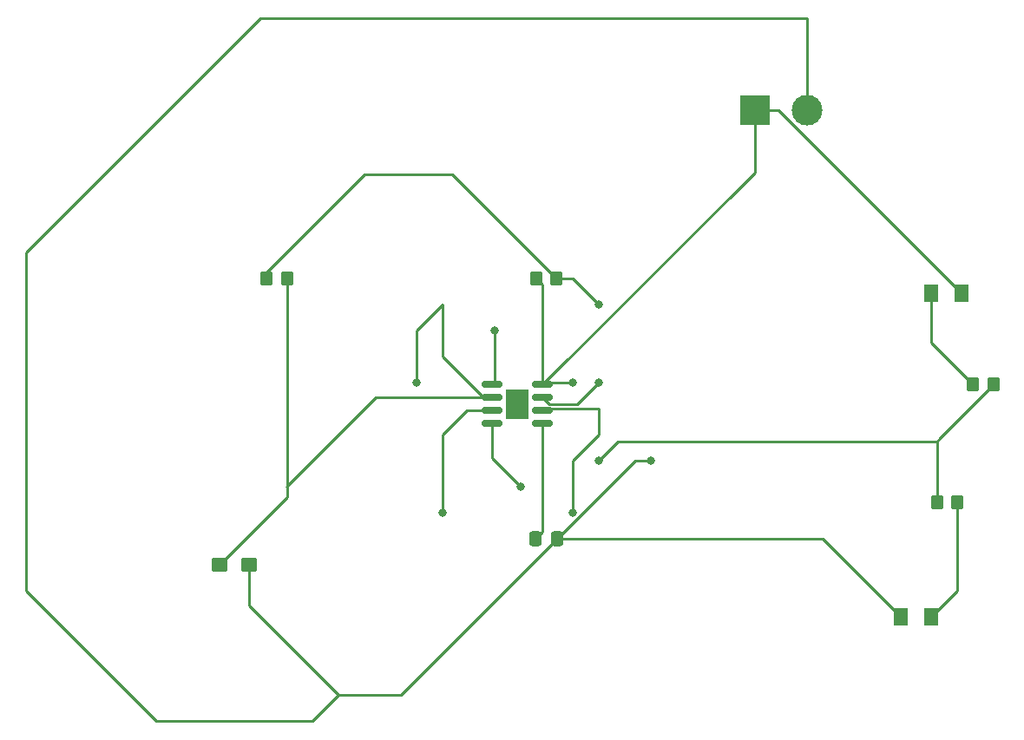
<source format=gbr>
%TF.GenerationSoftware,KiCad,Pcbnew,(6.0.10-0)*%
%TF.CreationDate,2023-02-17T09:22:20-08:00*%
%TF.ProjectId,exercise2_pcb,65786572-6369-4736-9532-5f7063622e6b,rev?*%
%TF.SameCoordinates,Original*%
%TF.FileFunction,Copper,L1,Top*%
%TF.FilePolarity,Positive*%
%FSLAX46Y46*%
G04 Gerber Fmt 4.6, Leading zero omitted, Abs format (unit mm)*
G04 Created by KiCad (PCBNEW (6.0.10-0)) date 2023-02-17 09:22:20*
%MOMM*%
%LPD*%
G01*
G04 APERTURE LIST*
G04 Aperture macros list*
%AMRoundRect*
0 Rectangle with rounded corners*
0 $1 Rounding radius*
0 $2 $3 $4 $5 $6 $7 $8 $9 X,Y pos of 4 corners*
0 Add a 4 corners polygon primitive as box body*
4,1,4,$2,$3,$4,$5,$6,$7,$8,$9,$2,$3,0*
0 Add four circle primitives for the rounded corners*
1,1,$1+$1,$2,$3*
1,1,$1+$1,$4,$5*
1,1,$1+$1,$6,$7*
1,1,$1+$1,$8,$9*
0 Add four rect primitives between the rounded corners*
20,1,$1+$1,$2,$3,$4,$5,0*
20,1,$1+$1,$4,$5,$6,$7,0*
20,1,$1+$1,$6,$7,$8,$9,0*
20,1,$1+$1,$8,$9,$2,$3,0*%
G04 Aperture macros list end*
%TA.AperFunction,ComponentPad*%
%ADD10R,3.000000X3.000000*%
%TD*%
%TA.AperFunction,ComponentPad*%
%ADD11C,3.000000*%
%TD*%
%TA.AperFunction,SMDPad,CuDef*%
%ADD12RoundRect,0.250000X-0.337500X-0.475000X0.337500X-0.475000X0.337500X0.475000X-0.337500X0.475000X0*%
%TD*%
%TA.AperFunction,SMDPad,CuDef*%
%ADD13RoundRect,0.250001X-0.462499X-0.624999X0.462499X-0.624999X0.462499X0.624999X-0.462499X0.624999X0*%
%TD*%
%TA.AperFunction,SMDPad,CuDef*%
%ADD14RoundRect,0.250000X-0.350000X-0.450000X0.350000X-0.450000X0.350000X0.450000X-0.350000X0.450000X0*%
%TD*%
%TA.AperFunction,SMDPad,CuDef*%
%ADD15RoundRect,0.150000X-0.825000X-0.150000X0.825000X-0.150000X0.825000X0.150000X-0.825000X0.150000X0*%
%TD*%
%TA.AperFunction,SMDPad,CuDef*%
%ADD16R,2.290000X3.000000*%
%TD*%
%TA.AperFunction,SMDPad,CuDef*%
%ADD17RoundRect,0.250000X-0.537500X-0.425000X0.537500X-0.425000X0.537500X0.425000X-0.537500X0.425000X0*%
%TD*%
%TA.AperFunction,ViaPad*%
%ADD18C,0.800000*%
%TD*%
%TA.AperFunction,Conductor*%
%ADD19C,0.250000*%
%TD*%
G04 APERTURE END LIST*
D10*
%TO.P,J1,1,Pin_1*%
%TO.N,+9V*%
X139700000Y-62290000D03*
D11*
%TO.P,J1,2,Pin_2*%
%TO.N,GND*%
X144780000Y-62290000D03*
%TD*%
D12*
%TO.P,C2,1*%
%TO.N,Net-(C2-Pad1)*%
X118342500Y-104140000D03*
%TO.P,C2,2*%
%TO.N,GND*%
X120417500Y-104140000D03*
%TD*%
D13*
%TO.P,D1,1,K*%
%TO.N,Net-(R3-Pad1)*%
X156932500Y-80200000D03*
%TO.P,D1,2,A*%
%TO.N,+9V*%
X159907500Y-80200000D03*
%TD*%
%TO.P,D2,1,K*%
%TO.N,GND*%
X153965000Y-111760000D03*
%TO.P,D2,2,A*%
%TO.N,Net-(D2-Pad2)*%
X156940000Y-111760000D03*
%TD*%
D14*
%TO.P,R4,1*%
%TO.N,/pin_3*%
X157488808Y-100580000D03*
%TO.P,R4,2*%
%TO.N,Net-(D2-Pad2)*%
X159488808Y-100580000D03*
%TD*%
%TO.P,R3,1*%
%TO.N,Net-(R3-Pad1)*%
X161020000Y-89080000D03*
%TO.P,R3,2*%
%TO.N,/pin_3*%
X163020000Y-89080000D03*
%TD*%
D15*
%TO.P,U1,1,GND*%
%TO.N,GND*%
X114045000Y-89072500D03*
%TO.P,U1,2,TR*%
%TO.N,/pin_2*%
X114045000Y-90342500D03*
%TO.P,U1,3,Q*%
%TO.N,/pin_3*%
X114045000Y-91612500D03*
%TO.P,U1,4,R*%
%TO.N,+9V*%
X114045000Y-92882500D03*
%TO.P,U1,5,CV*%
%TO.N,Net-(C2-Pad1)*%
X118995000Y-92882500D03*
%TO.P,U1,6,THR*%
%TO.N,/pin_2*%
X118995000Y-91612500D03*
%TO.P,U1,7,DIS*%
%TO.N,/pin_7*%
X118995000Y-90342500D03*
%TO.P,U1,8,VCC*%
%TO.N,+9V*%
X118995000Y-89072500D03*
D16*
%TO.P,U1,9*%
%TO.N,N/C*%
X116520000Y-90977500D03*
%TD*%
D14*
%TO.P,R1,1*%
%TO.N,+9V*%
X118380000Y-78740000D03*
%TO.P,R1,2*%
%TO.N,/pin_7*%
X120380000Y-78740000D03*
%TD*%
D17*
%TO.P,C1,1*%
%TO.N,/pin_2*%
X87462500Y-106680000D03*
%TO.P,C1,2*%
%TO.N,GND*%
X90337500Y-106680000D03*
%TD*%
D14*
%TO.P,R2,1*%
%TO.N,/pin_7*%
X92065872Y-78740000D03*
%TO.P,R2,2*%
%TO.N,/pin_2*%
X94065872Y-78740000D03*
%TD*%
D18*
%TO.N,/pin_2*%
X121920000Y-101600000D03*
X106680000Y-88900000D03*
%TO.N,GND*%
X114300000Y-83820000D03*
X129540000Y-96520000D03*
%TO.N,+9V*%
X121920000Y-88900000D03*
X116840000Y-99060000D03*
%TO.N,/pin_7*%
X124460000Y-88900000D03*
X124460000Y-81280000D03*
%TO.N,/pin_3*%
X124460000Y-96520000D03*
X109220000Y-101600000D03*
%TD*%
D19*
%TO.N,/pin_2*%
X124460000Y-93980000D02*
X124460000Y-91440000D01*
X102697500Y-90342500D02*
X93980000Y-99060000D01*
X113202500Y-90342500D02*
X114045000Y-90342500D01*
X119207500Y-91612500D02*
X119380000Y-91440000D01*
X114045000Y-90342500D02*
X102697500Y-90342500D01*
X121920000Y-96520000D02*
X124460000Y-93980000D01*
X109220000Y-81280000D02*
X106680000Y-83820000D01*
X121920000Y-101600000D02*
X121920000Y-96520000D01*
X106680000Y-83820000D02*
X106680000Y-88900000D01*
X94065872Y-100076628D02*
X94065872Y-78740000D01*
X109220000Y-86360000D02*
X113202500Y-90342500D01*
X87462500Y-106680000D02*
X94065872Y-100076628D01*
X124460000Y-91440000D02*
X119380000Y-91440000D01*
X109220000Y-81280000D02*
X109220000Y-86360000D01*
%TO.N,GND*%
X120417500Y-104140000D02*
X128037500Y-96520000D01*
X128037500Y-96520000D02*
X129540000Y-96520000D01*
X144780000Y-53340000D02*
X144780000Y-62290000D01*
X68580000Y-109220000D02*
X68580000Y-76200000D01*
X91440000Y-53340000D02*
X144780000Y-53340000D01*
X90337500Y-110657500D02*
X99060000Y-119380000D01*
X120417500Y-104140000D02*
X146345000Y-104140000D01*
X96520000Y-121920000D02*
X81280000Y-121920000D01*
X114300000Y-83820000D02*
X114300000Y-88900000D01*
X90337500Y-106680000D02*
X90337500Y-110657500D01*
X105177500Y-119380000D02*
X120417500Y-104140000D01*
X81280000Y-121920000D02*
X68580000Y-109220000D01*
X99060000Y-119380000D02*
X96520000Y-121920000D01*
X99060000Y-119380000D02*
X105177500Y-119380000D01*
X68580000Y-76200000D02*
X91440000Y-53340000D01*
X146345000Y-104140000D02*
X153965000Y-111760000D01*
%TO.N,Net-(C2-Pad1)*%
X118342500Y-104140000D02*
X118995000Y-103487500D01*
X118995000Y-103487500D02*
X118995000Y-92882500D01*
%TO.N,Net-(R3-Pad1)*%
X156932500Y-84992500D02*
X161020000Y-89080000D01*
X156932500Y-80200000D02*
X156932500Y-84992500D01*
%TO.N,+9V*%
X139700000Y-62290000D02*
X139700000Y-68367500D01*
X114045000Y-92882500D02*
X114045000Y-96265000D01*
X121920000Y-88900000D02*
X119167500Y-88900000D01*
X141997500Y-62290000D02*
X139700000Y-62290000D01*
X139700000Y-68367500D02*
X118995000Y-89072500D01*
X118995000Y-79355000D02*
X118995000Y-89072500D01*
X114045000Y-96265000D02*
X116840000Y-99060000D01*
X159907500Y-80200000D02*
X141997500Y-62290000D01*
X119167500Y-88900000D02*
X118995000Y-89072500D01*
X118380000Y-78740000D02*
X118995000Y-79355000D01*
%TO.N,Net-(D2-Pad2)*%
X159488808Y-109211192D02*
X159488808Y-100580000D01*
X156940000Y-111760000D02*
X159488808Y-109211192D01*
%TO.N,/pin_7*%
X92065872Y-78114128D02*
X101600000Y-68580000D01*
X122372500Y-90987500D02*
X119640000Y-90987500D01*
X124460000Y-88900000D02*
X122372500Y-90987500D01*
X92065872Y-78740000D02*
X92065872Y-78114128D01*
X119640000Y-90987500D02*
X118995000Y-90342500D01*
X101600000Y-68580000D02*
X110220000Y-68580000D01*
X110220000Y-68580000D02*
X120380000Y-78740000D01*
X120380000Y-78740000D02*
X121920000Y-78740000D01*
X121920000Y-78740000D02*
X124460000Y-81280000D01*
%TO.N,/pin_3*%
X157488808Y-94611192D02*
X126368808Y-94611192D01*
X109220000Y-101600000D02*
X109220000Y-93980000D01*
X157800000Y-94300000D02*
X163020000Y-89080000D01*
X126368808Y-94611192D02*
X124460000Y-96520000D01*
X111587500Y-91612500D02*
X114045000Y-91612500D01*
X109220000Y-93980000D02*
X111587500Y-91612500D01*
X157488808Y-100580000D02*
X157488808Y-94611192D01*
X157488808Y-94611192D02*
X157800000Y-94300000D01*
%TD*%
M02*

</source>
